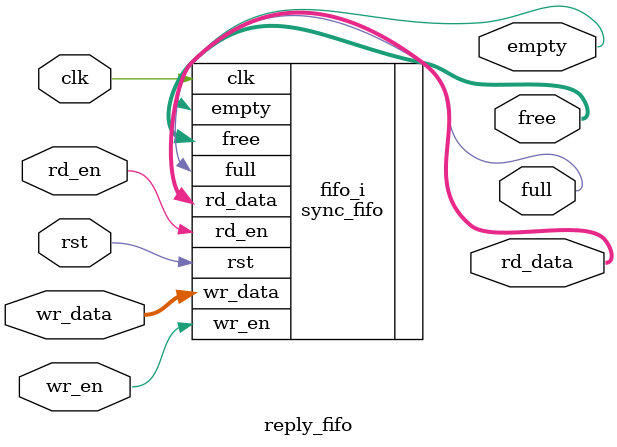
<source format=sv>
module reply_fifo #(
    parameter int DEPTH = 256
)(
    input  logic        clk,
    input  logic        rst,

    // Write interface
    input  logic        wr_en,
    input  logic [7:0]  wr_data,
    output logic        full,
    output logic [8:0]  free,     // up to 256 entries → 9 bits

    // Read interface
    input  logic        rd_en,
    output logic [7:0]  rd_data,
    output logic        empty
);

    sync_fifo #(
        .WIDTH(8),
        .DEPTH(DEPTH)
    ) fifo_i (
        .clk(clk),
        .rst(rst),

        .wr_en(wr_en),
        .wr_data(wr_data),
        .full(full),

        .rd_en(rd_en),
        .rd_data(rd_data),
        .empty(empty),

        .free(free)
    );
endmodule
</source>
